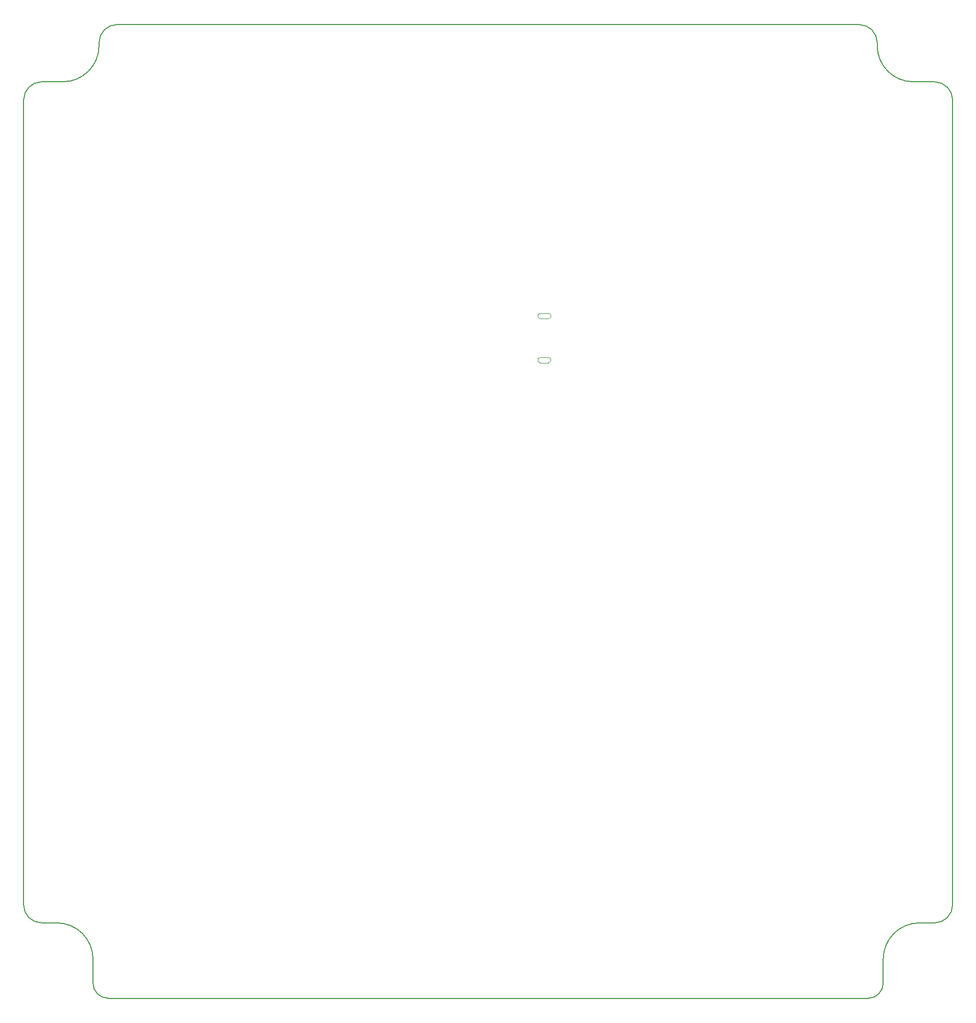
<source format=gko>
G04 #@! TF.GenerationSoftware,KiCad,Pcbnew,(5.99.0-10483-ga6ad7a4a70)*
G04 #@! TF.CreationDate,2021-05-06T14:06:47+03:00*
G04 #@! TF.ProjectId,hellen64_miataNA6_94,68656c6c-656e-4363-945f-6d696174614e,b*
G04 #@! TF.SameCoordinates,PX1406f40PYa852d20*
G04 #@! TF.FileFunction,Profile,NP*
%FSLAX46Y46*%
G04 Gerber Fmt 4.6, Leading zero omitted, Abs format (unit mm)*
G04 Created by KiCad (PCBNEW (5.99.0-10483-ga6ad7a4a70)) date 2021-05-06 14:06:47*
%MOMM*%
%LPD*%
G01*
G04 APERTURE LIST*
G04 #@! TA.AperFunction,Profile*
%ADD10C,0.127000*%
G04 #@! TD*
G04 #@! TA.AperFunction,Profile*
%ADD11C,0.120000*%
G04 #@! TD*
G04 APERTURE END LIST*
D10*
X5500000Y12500000D02*
G75*
G02*
X11500000Y6500000I0J-6000000D01*
G01*
X3000000Y12500000D02*
G75*
G02*
X0Y15500000I0J3000000D01*
G01*
X6500000Y152000000D02*
X3000000Y152000000D01*
X15500000Y161500000D02*
X138500000Y161500000D01*
X12500000Y158000000D02*
G75*
G02*
X6500000Y152000000I-6000000J0D01*
G01*
X138500000Y161500000D02*
G75*
G02*
X141500000Y158500000I0J-3000000D01*
G01*
X14000000Y0D02*
G75*
G02*
X11500000Y2500000I0J2500000D01*
G01*
X11500000Y6500000D02*
X11500000Y2500000D01*
X154000000Y149000000D02*
X154000000Y15500000D01*
X141500000Y158500000D02*
X141500000Y158000000D01*
X12500000Y158500000D02*
X12500000Y158000000D01*
X0Y149000000D02*
X0Y15500000D01*
X147500000Y152000000D02*
G75*
G02*
X141500000Y158000000I0J6000000D01*
G01*
X151000000Y152000000D02*
G75*
G02*
X154000000Y149000000I0J-3000000D01*
G01*
X140000000Y0D02*
X14000000Y0D01*
X147500000Y152000000D02*
X151000000Y152000000D01*
X0Y149000000D02*
G75*
G02*
X3000000Y152000000I3000000J0D01*
G01*
X5500000Y12500000D02*
X3000000Y12500000D01*
X142500000Y2500000D02*
G75*
G02*
X140000000Y0I-2500000J0D01*
G01*
X148500000Y12500000D02*
X151000000Y12500000D01*
X142500000Y6500000D02*
G75*
G02*
X148500000Y12500000I6000000J0D01*
G01*
X154000000Y15500000D02*
G75*
G02*
X151000000Y12500000I-3000000J0D01*
G01*
X142500000Y2500000D02*
X142500000Y6500000D01*
X12500000Y158500000D02*
G75*
G02*
X15500000Y161500000I3000000J0D01*
G01*
D11*
G04 #@! TO.C,J1*
X86991218Y112703407D02*
X85611563Y112703407D01*
X85671060Y106296593D02*
X87050715Y106296593D01*
X85677199Y113591114D02*
X87056854Y113591114D01*
X86985079Y105408886D02*
X85605424Y105408886D01*
X85677199Y113591115D02*
G75*
G03*
X85611563Y112703408I7527J-446837D01*
G01*
X85671060Y106296594D02*
G75*
G03*
X85605424Y105408887I7527J-446837D01*
G01*
X86991218Y112703409D02*
G75*
G03*
X87056854Y113591113I-7526J446835D01*
G01*
X86985079Y105408888D02*
G75*
G03*
X87050715Y106296592I-7526J446835D01*
G01*
G04 #@! TD*
M02*

</source>
